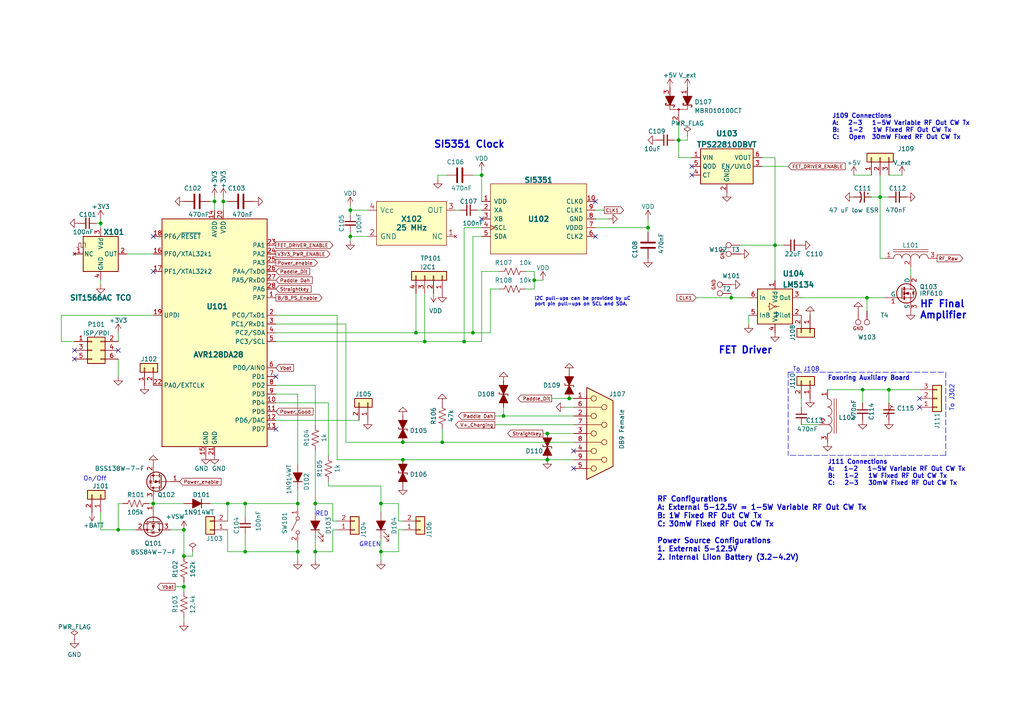
<source format=kicad_sch>
(kicad_sch (version 20211123) (generator eeschema)
  (paper "A4")
  (title_block (title "SignalSlinger Design") (date "2023-06-20") (rev "1.0"))
  (junction (at 158.75 133.35))
  (junction (at 154.94 81.28))
  (junction (at 110.49 146.05))
  (junction (at 71.12 160.02))
  (junction (at 139.7 50.8))
  (junction (at 196.85 40.64))
  (junction (at 146.05 120.65))
  (junction (at 165.1 115.57))
  (junction (at 86.36 160.02))
  (junction (at 86.36 146.05))
  (junction (at 123.19 99.06))
  (junction (at 64.77 58.42))
  (junction (at 137.16 96.52))
  (junction (at 128.27 128.27))
  (junction (at 53.34 170.18))
  (junction (at 53.34 161.29))
  (junction (at 62.23 58.42))
  (junction (at 187.96 66.04))
  (junction (at 34.29 153.67))
  (junction (at 255.27 57.15))
  (junction (at 101.6 68.58))
  (junction (at 120.65 96.52))
  (junction (at 44.45 146.05))
  (junction (at 158.75 125.73))
  (junction (at 101.6 60.96))
  (junction (at 110.49 160.02))
  (junction (at 134.62 99.06))
  (junction (at 251.46 86.36))
  (junction (at 91.44 146.05))
  (junction (at 71.12 146.05))
  (junction (at 224.79 71.12))
  (junction (at 29.21 64.77))
  (junction (at 53.34 153.67))
  (junction (at 212.09 86.36))
  (junction (at 91.44 160.02))
  (junction (at 66.04 146.05))
  (junction (at 116.84 133.35))
  (junction (at 257.81 113.03))
  (junction (at 116.84 128.27))
  (junction (at 250.19 113.03))
  (no_connect (at 21.59 104.14))
  (no_connect (at 172.72 58.42))
  (no_connect (at 44.45 78.74))
  (no_connect (at 44.45 68.58))
  (no_connect (at 34.29 101.6))
  (no_connect (at 80.01 124.46))
  (no_connect (at 80.01 109.22))
  (no_connect (at 21.59 101.6))
  (no_connect (at 139.7 63.5))
  (no_connect (at 200.66 48.26))
  (no_connect (at 266.7 115.57))
  (no_connect (at 266.7 118.11))
  (no_connect (at 172.72 68.58))
  (no_connect (at 166.37 130.81))
  (no_connect (at 166.37 135.89))
  (no_connect (at 200.66 50.8))
  (wire (pts (xy 66.04 153.67) (xy 66.04 160.02)))
  (wire (pts (xy 115.57 151.13) (xy 116.84 151.13)))
  (wire (pts (xy 97.79 91.44) (xy 97.79 133.35)))
  (wire (pts (xy 196.85 35.56) (xy 196.85 40.64)))
  (wire (pts (xy 228.6 48.26) (xy 220.98 48.26)))
  (wire (pts (xy 96.52 151.13) (xy 97.79 151.13)))
  (wire (pts (xy 196.85 40.64) (xy 196.85 45.72)))
  (wire (pts (xy 139.7 78.74) (xy 139.7 99.06)))
  (wire (pts (xy 199.39 39.37) (xy 199.39 40.64)))
  (wire (pts (xy 157.48 125.73) (xy 158.75 125.73)))
  (wire (pts (xy 86.36 160.02) (xy 86.36 157.48)))
  (wire (pts (xy 53.34 168.91) (xy 53.34 170.18)))
  (wire (pts (xy 134.62 99.06) (xy 134.62 66.04)))
  (wire (pts (xy 64.77 57.15) (xy 64.77 58.42)))
  (wire (pts (xy 29.21 63.5) (xy 29.21 64.77)))
  (wire (pts (xy 49.53 153.67) (xy 53.34 153.67)))
  (wire (pts (xy 66.04 160.02) (xy 71.12 160.02)))
  (wire (pts (xy 34.29 104.14) (xy 34.29 109.22)))
  (wire (pts (xy 137.16 96.52) (xy 137.16 68.58)))
  (wire (pts (xy 139.7 49.53) (xy 139.7 50.8)))
  (wire (pts (xy 44.45 144.78) (xy 44.45 146.05)))
  (wire (pts (xy 91.44 146.05) (xy 91.44 148.59)))
  (wire (pts (xy 134.62 99.06) (xy 139.7 99.06)))
  (wire (pts (xy 123.19 99.06) (xy 134.62 99.06)))
  (wire (pts (xy 128.27 128.27) (xy 166.37 128.27)))
  (wire (pts (xy 224.79 71.12) (xy 227.33 71.12)))
  (wire (pts (xy 129.54 50.8) (xy 127 50.8)))
  (wire (pts (xy 44.45 146.05) (xy 53.34 146.05)))
  (polyline (pts (xy 228.6 107.95) (xy 274.32 107.95)))
  (wire (pts (xy 29.21 81.28) (xy 29.21 82.55)))
  (wire (pts (xy 175.26 60.96) (xy 172.72 60.96)))
  (wire (pts (xy 165.1 115.57) (xy 166.37 115.57)))
  (wire (pts (xy 144.78 78.74) (xy 139.7 78.74)))
  (wire (pts (xy 91.44 156.21) (xy 91.44 160.02)))
  (wire (pts (xy 120.65 96.52) (xy 137.16 96.52)))
  (wire (pts (xy 29.21 148.59) (xy 29.21 153.67)))
  (wire (pts (xy 53.34 170.18) (xy 53.34 171.45)))
  (wire (pts (xy 115.57 146.05) (xy 115.57 151.13)))
  (wire (pts (xy 64.77 58.42) (xy 66.04 58.42)))
  (wire (pts (xy 158.75 125.73) (xy 166.37 125.73)))
  (wire (pts (xy 176.53 63.5) (xy 172.72 63.5)))
  (wire (pts (xy 264.16 77.47) (xy 264.16 80.01)))
  (wire (pts (xy 91.44 160.02) (xy 91.44 162.56)))
  (wire (pts (xy 29.21 64.77) (xy 29.21 66.04)))
  (wire (pts (xy 80.01 121.92) (xy 104.14 121.92)))
  (wire (pts (xy 143.51 123.19) (xy 166.37 123.19)))
  (wire (pts (xy 247.65 50.8) (xy 252.73 50.8)))
  (wire (pts (xy 201.93 86.36) (xy 212.09 86.36)))
  (wire (pts (xy 143.51 120.65) (xy 146.05 120.65)))
  (wire (pts (xy 232.41 86.36) (xy 251.46 86.36)))
  (wire (pts (xy 71.12 160.02) (xy 86.36 160.02)))
  (wire (pts (xy 17.78 91.44) (xy 44.45 91.44)))
  (wire (pts (xy 232.41 118.11) (xy 232.41 115.57)))
  (wire (pts (xy 17.78 99.06) (xy 17.78 91.44)))
  (wire (pts (xy 27.94 64.77) (xy 29.21 64.77)))
  (wire (pts (xy 91.44 123.19) (xy 91.44 111.76)))
  (wire (pts (xy 212.09 86.36) (xy 217.17 86.36)))
  (wire (pts (xy 166.37 118.11) (xy 163.83 118.11)))
  (wire (pts (xy 257.81 113.03) (xy 257.81 116.84)))
  (wire (pts (xy 195.58 40.64) (xy 196.85 40.64)))
  (wire (pts (xy 95.25 140.97) (xy 110.49 140.97)))
  (wire (pts (xy 80.01 116.84) (xy 95.25 116.84)))
  (wire (pts (xy 35.56 146.05) (xy 34.29 146.05)))
  (wire (pts (xy 160.02 115.57) (xy 165.1 115.57)))
  (wire (pts (xy 187.96 66.04) (xy 172.72 66.04)))
  (wire (pts (xy 116.84 128.27) (xy 128.27 128.27)))
  (wire (pts (xy 134.62 66.04) (xy 139.7 66.04)))
  (wire (pts (xy 146.05 118.11) (xy 146.05 120.65)))
  (wire (pts (xy 138.43 60.96) (xy 139.7 60.96)))
  (wire (pts (xy 80.01 99.06) (xy 123.19 99.06)))
  (wire (pts (xy 257.81 50.8) (xy 261.62 50.8)))
  (wire (pts (xy 29.21 153.67) (xy 34.29 153.67)))
  (wire (pts (xy 36.83 73.66) (xy 44.45 73.66)))
  (wire (pts (xy 110.49 160.02) (xy 115.57 160.02)))
  (wire (pts (xy 66.04 151.13) (xy 66.04 146.05)))
  (wire (pts (xy 86.36 162.56) (xy 86.36 160.02)))
  (polyline (pts (xy 274.32 132.08) (xy 228.6 132.08)))
  (wire (pts (xy 139.7 50.8) (xy 139.7 58.42)))
  (wire (pts (xy 21.59 99.06) (xy 17.78 99.06)))
  (wire (pts (xy 232.41 123.19) (xy 237.49 123.19)))
  (wire (pts (xy 71.12 154.94) (xy 71.12 160.02)))
  (wire (pts (xy 128.27 124.46) (xy 128.27 128.27)))
  (wire (pts (xy 142.24 83.82) (xy 142.24 96.52)))
  (wire (pts (xy 100.33 128.27) (xy 116.84 128.27)))
  (wire (pts (xy 255.27 57.15) (xy 257.81 57.15)))
  (wire (pts (xy 212.09 86.36) (xy 212.09 85.09)))
  (wire (pts (xy 97.79 133.35) (xy 116.84 133.35)))
  (wire (pts (xy 116.84 133.35) (xy 158.75 133.35)))
  (wire (pts (xy 101.6 68.58) (xy 101.6 69.85)))
  (wire (pts (xy 110.49 146.05) (xy 110.49 148.59)))
  (wire (pts (xy 152.4 78.74) (xy 154.94 78.74)))
  (wire (pts (xy 146.05 120.65) (xy 166.37 120.65)))
  (wire (pts (xy 62.23 58.42) (xy 62.23 60.96)))
  (wire (pts (xy 101.6 68.58) (xy 106.68 68.58)))
  (wire (pts (xy 86.36 147.32) (xy 86.36 146.05)))
  (wire (pts (xy 34.29 153.67) (xy 39.37 153.67)))
  (wire (pts (xy 144.78 83.82) (xy 142.24 83.82)))
  (wire (pts (xy 60.96 146.05) (xy 66.04 146.05)))
  (wire (pts (xy 34.29 96.52) (xy 34.29 99.06)))
  (wire (pts (xy 224.79 71.12) (xy 224.79 81.28)))
  (wire (pts (xy 250.19 113.03) (xy 257.81 113.03)))
  (wire (pts (xy 96.52 160.02) (xy 96.52 153.67)))
  (wire (pts (xy 154.94 81.28) (xy 154.94 83.82)))
  (wire (pts (xy 55.88 160.02) (xy 55.88 161.29)))
  (wire (pts (xy 95.25 139.7) (xy 95.25 140.97)))
  (wire (pts (xy 66.04 146.05) (xy 71.12 146.05)))
  (wire (pts (xy 196.85 45.72) (xy 200.66 45.72)))
  (wire (pts (xy 53.34 180.34) (xy 53.34 179.07)))
  (wire (pts (xy 214.63 71.12) (xy 224.79 71.12)))
  (wire (pts (xy 101.6 60.96) (xy 101.6 62.23)))
  (wire (pts (xy 91.44 146.05) (xy 96.52 146.05)))
  (wire (pts (xy 100.33 93.98) (xy 100.33 128.27)))
  (wire (pts (xy 154.94 83.82) (xy 152.4 83.82)))
  (wire (pts (xy 120.65 85.09) (xy 120.65 96.52)))
  (wire (pts (xy 71.12 146.05) (xy 71.12 149.86)))
  (wire (pts (xy 110.49 156.21) (xy 110.49 160.02)))
  (wire (pts (xy 71.12 146.05) (xy 86.36 146.05)))
  (wire (pts (xy 80.01 93.98) (xy 100.33 93.98)))
  (wire (pts (xy 224.79 45.72) (xy 224.79 71.12)))
  (wire (pts (xy 55.88 161.29) (xy 53.34 161.29)))
  (wire (pts (xy 53.34 153.67) (xy 53.34 161.29)))
  (wire (pts (xy 43.18 146.05) (xy 44.45 146.05)))
  (wire (pts (xy 257.81 113.03) (xy 266.7 113.03)))
  (wire (pts (xy 95.25 116.84) (xy 95.25 132.08)))
  (wire (pts (xy 101.6 60.96) (xy 106.68 60.96)))
  (wire (pts (xy 199.39 40.64) (xy 196.85 40.64)))
  (wire (pts (xy 255.27 50.8) (xy 255.27 57.15)))
  (wire (pts (xy 86.36 114.3) (xy 80.01 114.3)))
  (wire (pts (xy 91.44 130.81) (xy 91.44 146.05)))
  (wire (pts (xy 251.46 86.36) (xy 256.54 86.36)))
  (wire (pts (xy 220.98 45.72) (xy 224.79 45.72)))
  (wire (pts (xy 251.46 90.17) (xy 251.46 86.36)))
  (wire (pts (xy 250.19 113.03) (xy 250.19 116.84)))
  (wire (pts (xy 110.49 160.02) (xy 110.49 162.56)))
  (wire (pts (xy 64.77 58.42) (xy 64.77 60.96)))
  (wire (pts (xy 123.19 85.09) (xy 123.19 99.06)))
  (wire (pts (xy 115.57 160.02) (xy 115.57 153.67)))
  (wire (pts (xy 34.29 146.05) (xy 34.29 153.67)))
  (wire (pts (xy 154.94 78.74) (xy 154.94 81.28)))
  (wire (pts (xy 252.73 57.15) (xy 255.27 57.15)))
  (polyline (pts (xy 228.6 107.95) (xy 228.6 132.08)))
  (wire (pts (xy 62.23 57.15) (xy 62.23 58.42)))
  (wire (pts (xy 240.03 113.03) (xy 250.19 113.03)))
  (wire (pts (xy 86.36 142.24) (xy 86.36 146.05)))
  (wire (pts (xy 80.01 91.44) (xy 97.79 91.44)))
  (wire (pts (xy 127 50.8) (xy 127 52.07)))
  (wire (pts (xy 187.96 66.04) (xy 187.96 67.31)))
  (wire (pts (xy 60.96 58.42) (xy 62.23 58.42)))
  (wire (pts (xy 132.08 60.96) (xy 133.35 60.96)))
  (wire (pts (xy 137.16 50.8) (xy 139.7 50.8)))
  (wire (pts (xy 157.48 81.28) (xy 154.94 81.28)))
  (wire (pts (xy 96.52 146.05) (xy 96.52 151.13)))
  (wire (pts (xy 217.17 91.44) (xy 217.17 93.98)))
  (wire (pts (xy 101.6 59.69) (xy 101.6 60.96)))
  (wire (pts (xy 158.75 133.35) (xy 166.37 133.35)))
  (wire (pts (xy 101.6 67.31) (xy 101.6 68.58)))
  (wire (pts (xy 115.57 153.67) (xy 116.84 153.67)))
  (wire (pts (xy 137.16 68.58) (xy 139.7 68.58)))
  (wire (pts (xy 187.96 63.5) (xy 187.96 66.04)))
  (wire (pts (xy 137.16 96.52) (xy 142.24 96.52)))
  (wire (pts (xy 255.27 57.15) (xy 255.27 74.93)))
  (wire (pts (xy 80.01 111.76) (xy 91.44 111.76)))
  (wire (pts (xy 110.49 140.97) (xy 110.49 146.05)))
  (wire (pts (xy 80.01 96.52) (xy 120.65 96.52)))
  (wire (pts (xy 50.8 170.18) (xy 53.34 170.18)))
  (wire (pts (xy 86.36 114.3) (xy 86.36 134.62)))
  (wire (pts (xy 110.49 146.05) (xy 115.57 146.05)))
  (wire (pts (xy 255.27 74.93) (xy 256.54 74.93)))
  (polyline (pts (xy 274.32 107.95) (xy 274.32 132.08)))
  (wire (pts (xy 91.44 160.02) (xy 96.52 160.02)))
  (wire (pts (xy 96.52 153.67) (xy 97.79 153.67)))
  (text "J111 Connections\nA:   1-2   1-5W Variable RF Out CW Tx\nB:   1-2   1W Fixed RF Out CW Tx\nC:   2-3   30mW Fixed RF Out CW Tx" (at 240.03 140.97 0) (effects (font (size 1.27 1.27) (thickness 0.254) bold) (justify left bottom)))
  (text "SI5351 Clock" (at 125.73 43.18 0) (effects (font (size 2.0066 2.0066) (thickness 0.4013) bold) (justify left bottom)))
  (text "J109 Connections\nA:   2-3   1-5W Variable RF Out CW Tx\nB:   1-2   1W Fixed RF Out CW Tx\nC:   Open  30mW Fixed RF Out CW Tx" (at 241.3 40.64 0) (effects (font (size 1.27 1.27) (thickness 0.254) bold) (justify left bottom)))
  (text "GREEN" (at 104.14 158.75 0) (effects (font (size 1.27 1.27)) (justify left bottom)))
  (text "HF Final\nAmplifier" (at 266.7 92.71 0) (effects (font (size 2.0066 2.0066) (thickness 0.4013) bold) (justify left bottom)))
  (text "Foxoring Auxiliary Board" (at 240.03 110.49 0) (effects (font (size 1.27 1.27) (thickness 0.254) bold) (justify left bottom)))
  (text "RF Configurations\nA: External 5-12.5V = 1-5W Variable RF Out CW Tx\nB: 1W Fixed RF Out CW Tx\nC: 30mW Fixed RF Out CW Tx\n\nPower Source Configurations\n1. External 5-12.5V\n2. Internal LiIon Battery (3.2-4.2V)\n\n" (at 190.5 165.1 0) (effects (font (size 1.5 1.5) (thickness 0.3) bold) (justify left bottom)))
  (text "On/Off" (at 24.13 139.7 0) (effects (font (size 1.27 1.27)) (justify left bottom)))
  (text "I2C pull-ups can be provided by uC \nport pin pull-ups on SCL and SDA." (at 154.94 88.9 0) (effects (font (size 0.9906 0.9906) (thickness 0.1981) bold) (justify left bottom)))
  (text "To J108" (at 229.87 107.95 0) (effects (font (size 1.27 1.27)) (justify left bottom)))
  (text "To J302" (at 276.86 119.38 90) (effects (font (size 1.27 1.27)) (justify left bottom)))
  (text "RED" (at 91.44 149.86 0) (effects (font (size 1.27 1.27)) (justify left bottom)))
  (text "FET Driver" (at 208.28 102.87 0) (effects (font (size 2.0066 2.0066) (thickness 0.4013) bold) (justify left bottom)))
  (global_label "Straightkey" (shape output) (at 157.48 125.73 180) (effects (font (size 1 1))) (property "Intersheet References" "${INTERSHEET_REFS}" (effects hide)))
  (global_label "Paddle Dah" (shape input) (at 80.01 81.28 0) (effects (font (size 1 1))) (property "Intersheet References" "${INTERSHEET_REFS}" (effects hide)))
  (global_label "CLK1" (shape output) (at 175.26 60.96 0) (effects (font (size 0.9906 0.9906))) (property "Intersheet References" "${INTERSHEET_REFS}" (effects hide)))
  (global_label "Vbat" (shape output) (at 50.8 170.18 180) (effects (font (size 1 1))) (property "Intersheet References" "${INTERSHEET_REFS}" (effects hide)))
  (global_label "FET_DRIVER_ENABLE" (shape output) (at 80.01 71.12 0) (effects (font (size 0.9906 0.9906))) (property "Intersheet References" "${INTERSHEET_REFS}" (effects hide)))
  (global_label "Straightkey" (shape input) (at 80.01 83.82 0) (effects (font (size 1 1))) (property "Intersheet References" "${INTERSHEET_REFS}" (effects hide)))
  (global_label "Power_enable" (shape output) (at 80.01 76.2 0) (effects (font (size 1 1))) (property "Intersheet References" "${INTERSHEET_REFS}" (effects hide)))
  (global_label "FET_DRIVER_ENABLE" (shape input) (at 228.6 48.26 0) (effects (font (size 0.9906 0.9906))) (property "Intersheet References" "${INTERSHEET_REFS}" (effects hide)))
  (global_label "Paddle_Dit" (shape input) (at 80.01 78.74 0) (effects (font (size 1 1))) (property "Intersheet References" "${INTERSHEET_REFS}" (effects hide)))
  (global_label "RF_Raw" (shape output) (at 271.78 74.93 0) (effects (font (size 1 1))) (property "Intersheet References" "${INTERSHEET_REFS}" (effects hide)))
  (global_label "Paddle_Dit" (shape output) (at 160.02 115.57 180) (effects (font (size 1 1))) (property "Intersheet References" "${INTERSHEET_REFS}" (effects hide)))
  (global_label "Paddle Dah" (shape output) (at 143.51 120.65 180) (effects (font (size 1 1))) (property "Intersheet References" "${INTERSHEET_REFS}" (effects hide)))
  (global_label "Power_enable" (shape input) (at 52.07 139.7 0) (effects (font (size 1 1))) (property "Intersheet References" "${INTERSHEET_REFS}" (effects hide)))
  (global_label "Power_Good" (shape input) (at 80.01 119.38 0) (effects (font (size 1 1))) (property "Intersheet References" "${INTERSHEET_REFS}" (effects hide)))
  (global_label "V+_Charging" (shape output) (at 143.51 123.19 180) (effects (font (size 1 1))) (property "Intersheet References" "${INTERSHEET_REFS}" (effects hide)))
  (global_label "V3V3_PWR_ENABLE" (shape output) (at 80.01 73.66 0) (effects (font (size 1 1))) (property "Intersheet References" "${INTERSHEET_REFS}" (effects hide)))
  (global_label "Vbat" (shape input) (at 80.01 106.68 0) (effects (font (size 1 1))) (property "Intersheet References" "${INTERSHEET_REFS}" (effects hide)))
  (global_label "B{slash}B_PS_Enable" (shape output) (at 80.01 86.36 0) (effects (font (size 1 1))) (property "Intersheet References" "${INTERSHEET_REFS}" (effects hide)))
  (global_label "CLK1" (shape input) (at 201.93 86.36 180) (effects (font (size 0.9906 0.9906))) (property "Intersheet References" "${INTERSHEET_REFS}" (effects hide)))
  (symbol (lib_id "power:GND") (at 22.86 64.77 270) (unit 1)
    (property "Reference" "#PWR0102" (effects hide))
    (property "Value" "GND" (effects hide))
  )
  (symbol (lib_id "Device:C") (at 57.15 58.42 270) (unit 1)
    (property "Reference" "C102" (at 53.34 54.61 90) (effects (justify left)))
    (property "Value" "470nF" (at 54.61 62.23 90) (effects (justify left)))
    (property "Footprint" "Capacitor_SMD:C_0805_2012Metric" (effects hide))
    (property "Digi-Key Part No." "478-9924-1-ND" (effects hide))
    (property "Link" "<a href=\"https://www.digikey.com/products/en?keywords=478-9924-1-ND\">Link</a>" (effects hide))
    (property "Manufacturer" "AVX Corporation" (effects hide))
    (property "Manufacturer PN" "08051C474K4Z2A" (effects hide))
    (property "Description" "CAP CER 0.47UF 100V X7R 0805" (effects hide))
    (property "LCSC Part Number" "C342818" (effects hide))
  )
  (symbol (lib_id "power:PWR_FLAG") (at 21.59 185.42 0) (unit 1)
    (property "Reference" "#FLG0101" (effects hide))
    (property "Value" "PWR_FLAG" (at 21.59 181.8442 0))
  )
  (symbol (lib_id "Transistor_FET:BSS84") (at 44.45 151.13 270) (unit 1)
    (property "Reference" "Q101" (at 44.45 157.6054 90))
    (property "Value" "BSS84W-7-F" (at 44.45 160.1423 90))
    (property "Footprint" "Package_TO_SOT_SMD:SOT-323_SC-70" (effects hide))
    (property "Digi-Key Part No." "BSS84W-FDICT-ND" (effects hide))
    (property "Manufacturer" "Diodes Incorporated" (effects hide))
    (property "Manufacturer PN" "BSS84W-7-F" (effects hide))
    (property "Description" "MOSFET P-CH 50V 130MA SOT323" (effects hide))
  )
  (symbol (lib_id "Diode:1N914WT") (at 57.15 146.05 180) (unit 1)
    (property "Reference" "D101" (at 55.88 143.51 0) (effects (justify right)))
    (property "Value" "1N914WT" (at 53.34 148.59 0) (effects (justify right)))
    (property "Footprint" "Diode_SMD:D_SOD-523" (effects hide))
    (property "Digi-Key Part No." "1N4148WTDICT-ND" (effects hide))
    (property "Link" "https://www.digikey.com/en/products/detail/diodes-incorporated/1N4148WT-7/583731" (effects hide))
    (property "Manufacturer" "Diodes Incorporated" (effects hide))
    (property "Manufacturer PN" "1N4148WT-7" (effects hide))
    (property "Description" "DIODE GEN PURP 80V 125MA SOD523" (effects hide))
  )
  (symbol (lib_id "power:GND") (at 86.36 162.56 0) (unit 1)
    (property "Reference" "#PWR0118" (effects hide))
    (property "Value" "GND" (effects hide))
  )
  (symbol (lib_id "Device:C_Small") (at 193.04 40.64 90) (mirror x) (unit 1)
    (property "Reference" "C109" (at 190.5 38.1 90))
    (property "Value" "10uF" (at 189.23 43.18 90))
    (property "Footprint" "Capacitor_SMD:C_0805_2012Metric_Pad1.18x1.45mm_HandSolder" (effects hide))
    (property "Digi-Key Part No." "1276-1764-1-ND" (effects hide))
    (property "Manufacturer" "Samsung Electro-Mechanics" (effects hide))
    (property "Manufacturer PN" "CL21B106KPQNNNE" (effects hide))
    (property "Description" "CAP CER 10UF 10V X7R 0805" (effects hide))
  )
  (symbol (lib_id "power:GND") (at 106.68 121.92 0) (mirror y) (unit 1)
    (property "Reference" "#PWR0122" (effects hide))
    (property "Value" "GND" (effects hide))
  )
  (symbol (lib_id "power:GND") (at 210.82 55.88 0) (unit 1)
    (property "Reference" "#PWR0139" (effects hide))
    (property "Value" "GND" (effects hide))
  )
  (symbol (lib_id "power:GND") (at 110.49 162.56 0) (unit 1)
    (property "Reference" "#PWR0123" (effects hide))
    (property "Value" "GND" (effects hide))
  )
  (symbol (lib_id "power:GND") (at 234.95 91.44 0) (mirror x) (unit 1)
    (property "Reference" "#PWR0154" (effects hide))
    (property "Value" "GND" (effects hide))
  )
  (symbol (lib_id "power:GND") (at 224.79 96.52 0) (unit 1)
    (property "Reference" "#PWR0143" (effects hide))
    (property "Value" "GND" (effects hide))
  )
  (symbol (lib_id "power:PWR_FLAG") (at 199.39 39.37 0) (unit 1)
    (property "Reference" "#FLG0103" (effects hide))
    (property "Value" "PWR_FLAG" (at 199.39 35.7942 0))
  )
  (symbol (lib_id "power:GND") (at 29.21 82.55 0) (unit 1)
    (property "Reference" "#PWR0105" (effects hide))
    (property "Value" "GND" (effects hide))
  )
  (symbol (lib_id "Connector_Generic:Conn_01x04") (at 125.73 80.01 270) (mirror x) (unit 1)
    (property "Reference" "TP101" (at 121.92 74.93 90) (effects (justify left)))
    (property "Value" "I2C1" (at 121.92 77.47 90) (effects (justify left)))
    (property "Footprint" "Connector_PinHeader_2.54mm:PinHeader_1x04_P2.54mm_Vertical" (effects hide))
    (property "Digi-Key Part No." "np" (effects hide))
    (property "Link" "np" (effects hide))
    (property "Manufacturer" "np" (effects hide))
  )
  (symbol (lib_id "power:GND") (at 165.1 107.95 0) (mirror x) (unit 1)
    (property "Reference" "#PWR0157" (effects hide))
    (property "Value" "GND" (effects hide))
  )
  (symbol (lib_id "Oscillator:SI5351") (at 156.21 63.5 0) (unit 1)
    (property "Reference" "U102" (at 156.21 63.5 0) (effects (font (size 1.524 1.524) bold)))
    (property "Value" "SI5351" (at 156.21 52.2288 0) (effects (font (size 1.524 1.524) bold)))
    (property "Footprint" "Package_SO:MSOP-10_3x3mm_P0.5mm" (effects hide))
    (property "Datasheet" "http://www.silabs.com/Support%20Documents/TechnicalDocs/Si5351-B.pdf" (effects hide))
    (property "Digi-Key Part No." "336-2399-5-ND" (effects hide))
    (property "Link" "<a href=\"https://www.digikey.com/products/en?keywords=336-2399-5-ND\">Link</a>" (effects hide))
    (property "Manufacturer" "Silicon Labs" (effects hide))
    (property "Manufacturer PN" "SI5351A-B-GT" (effects hide))
    (property "Description" "IC CLK GENERATOR 200MHZ 10MSOP" (effects hide))
    (property "LCSC Part Number" "C529366" (effects hide))
  )
  (symbol (lib_id "power:GND") (at 247.65 57.15 270) (unit 1)
    (property "Reference" "#PWR0148" (effects hide))
    (property "Value" "GND" (effects hide))
  )
  (symbol (lib_id "power:GND") (at 53.34 180.34 0) (unit 1)
    (property "Reference" "#PWR0111" (effects hide))
    (property "Value" "GND" (effects hide))
  )
  (symbol (lib_id "Device:C_Small") (at 229.87 71.12 90) (unit 1)
    (property "Reference" "C110" (at 238.76 73.66 90) (effects (justify left)))
    (property "Value" "22uF" (at 232.41 73.66 90) (effects (justify left)))
    (property "Footprint" "Capacitor_SMD:C_1210_3225Metric" (effects hide))
    (property "Digi-Key Part No." "1276-3373-1-ND" (effects hide))
    (property "Link" "<a href=\"https://www.digikey.com/products/en?keywords=1276-3373-1-ND\">Link</a>" (effects hide))
    (property "Manufacturer" "Samsung Electro-Mechanics" (effects hide))
    (property "Manufacturer PN" "CL32A226MAJNNNE" (effects hide))
    (property "Description" "CAP CER 22UF 25V X5R 1210" (effects hide))
    (property "LCSC Part Number" "C337455" (effects hide))
  )
  (symbol (lib_id "Connector_Generic:Conn_01x02") (at 41.91 106.68 90) (unit 1)
    (property "Reference" "J102" (at 43.18 104.14 90))
    (property "Value" "Conn_01x02" (effects hide))
    (property "Footprint" "Connector_PinSocket_2.54mm:PinSocket_1x02_P2.54mm_Vertical" (effects hide))
  )
  (symbol (lib_id "power:PWR_FLAG") (at 55.88 160.02 0) (unit 1)
    (property "Reference" "#FLG0102" (effects hide))
    (property "Value" "PWR_FLAG" (effects hide))
  )
  (symbol (lib_id "Device:C") (at 187.96 71.12 0) (unit 1)
    (property "Reference" "C108" (at 184.15 74.93 90) (effects (justify left)))
    (property "Value" "470nF" (at 191.77 73.66 90) (effects (justify left)))
    (property "Footprint" "Capacitor_SMD:C_0805_2012Metric" (effects hide))
    (property "Digi-Key Part No." "478-9924-1-ND" (effects hide))
    (property "Link" "<a href=\"https://www.digikey.com/products/en?keywords=478-9924-1-ND\">Link</a>" (effects hide))
    (property "Manufacturer" "AVX Corporation" (effects hide))
    (property "Manufacturer PN" "08051C474K4Z2A" (effects hide))
    (property "Description" "CAP CER 0.47UF 100V X7R 0805" (effects hide))
    (property "LCSC Part Number" "C342818" (effects hide))
  )
  (symbol (lib_id "power:GND") (at 21.59 185.42 0) (unit 1)
    (property "Reference" "#PWR0101" (effects hide))
    (property "Value" "GND" (at 21.59 189.8634 0))
  )
  (symbol (lib_id "power:GND") (at 214.63 73.66 90) (unit 1)
    (property "Reference" "#PWR0141" (effects hide))
    (property "Value" "GND" (effects hide))
  )
  (symbol (lib_id "power:+3V3") (at 62.23 57.15 0) (unit 1)
    (property "Reference" "#PWR0114" (effects hide))
    (property "Value" "+3V3" (at 62.23 52.07 90))
  )
  (symbol (lib_id "Connector_Generic:Conn_01x02") (at 106.68 116.84 270) (mirror x) (unit 1)
    (property "Reference" "J105" (at 105.41 114.3 90))
    (property "Value" "Conn_01x02" (effects hide))
    (property "Footprint" "Connector_PinSocket_2.54mm:PinSocket_1x02_P2.54mm_Vertical" (effects hide))
  )
  (symbol (lib_id "Device:LED_Filled") (at 91.44 152.4 90) (unit 1)
    (property "Reference" "D103" (at 95.25 149.86 0) (effects (justify right)))
    (property "Value" "LED_Filled" (effects hide))
    (property "Footprint" "LED_SMD:LED_APDA1806SECK" (effects hide))
    (property "Digi-Key Part No." "754-2329-1-ND" (effects hide))
    (property "Manufacturer" "Kingbright" (effects hide))
    (property "Manufacturer PN" "APDA1806SECK/J3-PRV" (effects hide))
    (property "Description" "LED RED CLEAR SMD RIGHT ANGLE" (effects hide))
  )
  (symbol (lib_id "Connector:TEST_SCOPE") (at 251.46 90.17 180) (unit 1)
    (property "Reference" "W103" (at 251.46 97.79 0))
    (property "Value" "T4" (at 256.54 91.44 0))
    (property "Footprint" "Measurement:Measurement_Point_ScopeProbe_Round-SMD-2sides-Pad_Small" (effects hide))
    (property "Digi-Key Part No." "np" (effects hide))
    (property "Link" "np" (effects hide))
  )
  (symbol (lib_id "power:+VSW") (at 53.34 153.67 0) (unit 1)
    (property "Reference" "#PWR0110" (effects hide))
    (property "Value" "+VSW" (at 50.8 149.86 0))
  )
  (symbol (lib_id "power:+3V3") (at 29.21 63.5 0) (unit 1)
    (property "Reference" "#PWR0104" (effects hide))
    (property "Value" "+3V3" (at 29.21 59.9242 0))
  )
  (symbol (lib_id "power:GND") (at 44.45 134.62 0) (mirror x) (unit 1)
    (property "Reference" "#PWR0109" (effects hide))
    (property "Value" "GND" (effects hide))
  )
  (symbol (lib_id "Device:C_Small") (at 25.4 64.77 270) (unit 1)
    (property "Reference" "C101" (at 25.4 62.23 90))
    (property "Value" "100nF" (at 24.13 67.31 90))
    (property "Footprint" "Capacitor_SMD:C_0805_2012Metric" (effects hide))
    (property "Digi-Key Part No." "1276-1099-1-ND" (effects hide))
    (property "Manufacturer" "Samsung Electro-Mechanics" (effects hide))
    (property "Manufacturer PN" "CL21B104KACNNNC" (effects hide))
    (property "Description" "CAP CER 0.1UF 25V X7R 0805" (effects hide))
  )
  (symbol (lib_id "Connector_Generic:Conn_01x02") (at 29.21 143.51 270) (mirror x) (unit 1)
    (property "Reference" "J101" (at 29.21 140.97 90))
    (property "Value" "Conn_01x02" (effects hide))
    (property "Footprint" "Connector_PinSocket_2.54mm:PinSocket_1x02_P2.54mm_Vertical" (effects hide))
  )
  (symbol (lib_id "Diode:ESD9B5.0ST5G_1") (at 116.84 124.46 270) (unit 1)
    (property "Reference" "D105" (at 118.8466 124.8938 90) (effects (justify left)))
    (property "Value" "ESD9B5.0ST5G_1" (effects hide))
    (property "Footprint" "Diode_SMD:D_0603_1608Metric" (effects hide))
    (property "Digi-Key Part No." "CG0603MLC-05LECT-ND" (effects hide))
    (property "Link" "<a href=\"https://www.digikey.com/products/en?keywords=CG0603MLC-05LECT-ND\">Link</a>" (effects hide))
    (property "Manufacturer" "Bourns Inc." (effects hide))
    (property "Manufacturer PN" "CG0603MLC-05LE" (effects hide))
    (property "Description" "VARISTOR 0603" (effects hide))
    (property "LCSC Part Number" "C316054" (effects hide))
  )
  (symbol (lib_id "Diode:ESD9B5.0ST5G_1") (at 146.05 114.3 270) (unit 1)
    (property "Reference" "D108" (at 138.43 114.3 90) (effects (justify left)))
    (property "Value" "ESD9B5.0ST5G_1" (effects hide))
    (property "Footprint" "Diode_SMD:D_0603_1608Metric" (effects hide))
    (property "Digi-Key Part No." "CG0603MLC-05LECT-ND" (effects hide))
    (property "Link" "<a href=\"https://www.digikey.com/products/en?keywords=CG0603MLC-05LECT-ND\">Link</a>" (effects hide))
    (property "Manufacturer" "Bourns Inc." (effects hide))
    (property "Manufacturer PN" "CG0603MLC-05LE" (effects hide))
    (property "Description" "VARISTOR 0603" (effects hide))
    (property "LCSC Part Number" "C316054" (effects hide))
  )
  (symbol (lib_id "Device:LED_Filled") (at 110.49 152.4 90) (unit 1)
    (property "Reference" "D104" (at 114.3 149.86 0) (effects (justify right)))
    (property "Value" "LED_Filled" (effects hide))
    (property "Footprint" "LED_SMD:LED_APDA1806SECK" (effects hide))
    (property "Digi-Key Part No." "754-2329-1-ND" (effects hide))
    (property "Manufacturer" "Kingbright" (effects hide))
    (property "Manufacturer PN" "APDA1806SECK/J3-PRV" (effects hide))
    (property "Description" "LED RED CLEAR SMD RIGHT ANGLE" (effects hide))
  )
  (symbol (lib_id "power:VDD") (at 139.7 49.53 0) (unit 1)
    (property "Reference" "#PWR0130" (effects hide))
    (property "Value" "VDD" (at 139.7 45.9542 0))
  )
  (symbol (lib_id "Device:INDUCTOR_CT") (at 264.16 74.93 90) (unit 1)
    (property "Reference" "L101" (at 264.16 71.12 90))
    (property "Value" "9T #24 Bifilar T50-43" (effects hide))
    (property "Footprint" "Inductors:Toroid_T-50A_TH_BF_CT" (effects hide))
    (property "Digi-Key Part No." "FT50A-43 (Amidon)" (effects hide))
    (property "Link" "<a href=\"http://www.amidoncorp.com/ft-50A-43/\">Link</a>" (effects hide))
    (property "Manufacturer" "TH" (effects hide))
    (property "Manufacturer PN" "TH" (effects hide))
    (property "Description" "TH" (effects hide))
  )
  (symbol (lib_id "Connector_Generic:Conn_02x03_Odd_Even") (at 26.67 101.6 0) (unit 1)
    (property "Reference" "P101" (at 27.94 94.0902 0))
    (property "Value" "ISP/PDI" (at 27.94 96.6271 0))
    (property "Footprint" "Connector_PinHeader_2.54mm:PinHeader_2x03_P2.54mm_Vertical_SMD" (effects hide))
    (property "Digi-Key Part No." "609-3487-1-ND" (effects hide))
    (property "Link" "<a href=\"https://www.digikey.com/products/en?keywords=609-3487-1-ND\">Link</a>" (effects hide))
    (property "Manufacturer" "Amphenol ICC (FCI)" (effects hide))
    (property "Manufacturer PN" "95278-101A06LF" (effects hide))
  )
  (symbol (lib_id "Device:R_Small_US") (at 128.27 120.65 180) (unit 1)
    (property "Reference" "R106" (at 125.73 120.65 90))
    (property "Value" "47k" (at 130.81 120.65 90))
    (property "Footprint" "Resistor_SMD:R_0805_2012Metric" (effects hide))
    (property "Digi-Key Part No." "311-47.0KCRCT-ND" (effects hide))
    (property "Link" "https://www.digikey.com/en/products/detail/yageo/RC0805FR-0747KL/727973" (effects hide))
    (property "Manufacturer" "YAGEO" (effects hide))
    (property "Manufacturer PN" "RC0805FR-0747KL" (effects hide))
    (property "Description" "RES 47K OHM 1% 1/8W 0805" (effects hide))
  )
  (symbol (lib_id "power:GND") (at 146.05 110.49 0) (mirror x) (unit 1)
    (property "Reference" "#PWR0156" (effects hide))
    (property "Value" "GND" (effects hide))
  )
  (symbol (lib_id "power:GND") (at 158.75 133.35 0) (unit 1)
    (property "Reference" "#PWR0158" (effects hide))
    (property "Value" "GND" (effects hide))
  )
  (symbol (lib_id "Diode:ESD9B5.0ST5G_1") (at 116.84 137.16 270) (unit 1)
    (property "Reference" "D106" (at 118.8466 137.5938 90) (effects (justify left)))
    (property "Value" "ESD9B5.0ST5G_1" (effects hide))
    (property "Footprint" "Diode_SMD:D_0603_1608Metric" (effects hide))
    (property "Digi-Key Part No." "CG0603MLC-05LECT-ND" (effects hide))
    (property "Link" "<a href=\"https://www.digikey.com/products/en?keywords=CG0603MLC-05LECT-ND\">Link</a>" (effects hide))
    (property "Manufacturer" "Bourns Inc." (effects hide))
    (property "Manufacturer PN" "CG0603MLC-05LE" (effects hide))
    (property "Description" "VARISTOR 0603" (effects hide))
    (property "LCSC Part Number" "C316054" (effects hide))
  )
  (symbol (lib_id "Device:R_Small_US") (at 148.59 83.82 90) (unit 1)
    (property "Reference" "R108" (at 146.05 81.28 90))
    (property "Value" "10k" (at 152.4 81.28 90))
    (property "Footprint" "Capacitor_SMD:C_0805_2012Metric" (effects hide))
    (property "Digi-Key Part No." "RNCP0805FTD10K0CT-ND" (effects hide))
    (property "Link" "https://www.digikey.com/en/products/detail/stackpole-electronics-inc/RNCP0805FTD10K0/2240262" (effects hide))
    (property "Manufacturer" "Stackpole Electronics Inc" (effects hide))
    (property "Manufacturer PN" "RNCP0805FTD10K0" (effects hide))
    (property "Description" "RES 10K OHM 1% 1/4W 0805" (effects hide))
  )
  (symbol (lib_id "Device:C") (at 133.35 50.8 270) (unit 1)
    (property "Reference" "C106" (at 129.54 46.99 90) (effects (justify left)))
    (property "Value" "470nF" (at 130.81 54.61 90) (effects (justify left)))
    (property "Footprint" "Capacitor_SMD:C_0805_2012Metric" (effects hide))
    (property "Digi-Key Part No." "478-9924-1-ND" (effects hide))
    (property "Link" "<a href=\"https://www.digikey.com/products/en?keywords=478-9924-1-ND\">Link</a>" (effects hide))
    (property "Manufacturer" "AVX Corporation" (effects hide))
    (property "Manufacturer PN" "08051C474K4Z2A" (effects hide))
    (property "Description" "CAP CER 0.47UF 100V X7R 0805" (effects hide))
    (property "LCSC Part Number" "C342818" (effects hide))
  )
  (symbol (lib_id "Connector:TEST_SCOPE") (at 214.63 71.12 90) (mirror x) (unit 1)
    (property "Reference" "W102" (at 208.28 72.39 90))
    (property "Value" "T3" (at 213.36 72.39 90))
    (property "Footprint" "Measurement:Measurement_Point_ScopeProbe_Round-SMD-2sides-Pad_Small" (effects hide))
    (property "Digi-Key Part No." "np" (effects hide))
    (property "Link" "np" (effects hide))
  )
  (symbol (lib_id "Device:C_Trim_Small") (at 257.81 119.38 0) (unit 1)
    (property "Reference" "C115" (at 260.1214 118.4183 0) (effects (justify left)))
    (property "Value" "C_Trim_Small" (effects hide))
    (property "Footprint" "Capacitors:MURATA-TZC3" (effects hide))
  )
  (symbol (lib_id "power:+3V3") (at 64.77 57.15 0) (unit 1)
    (property "Reference" "#PWR0116" (effects hide))
    (property "Value" "+3V3" (at 64.77 52.07 90))
  )
  (symbol (lib_id "power:GND") (at 257.81 121.92 0) (unit 1)
    (property "Reference" "#PWR0153" (effects hide))
    (property "Value" "GND" (effects hide))
  )
  (symbol (lib_id "Transistor_FET:IRF610_TO220-Transistor_FET") (at 261.62 85.09 0) (unit 1)
    (property "Reference" "Q103" (at 266.7 83.185 0) (effects (justify left)))
    (property "Value" "IRF610" (at 266.7 85.09 0) (effects (justify left)))
    (property "Footprint" "TO_SOT_Packages:TO-220_Neutral123_Vertical_LargePads" (effects hide))
    (property "Digi-Key Part No." "IRF610PBF-ND" (effects hide))
    (property "Link" "<a href=\"https://www.digikey.com/products/en?keywords=IRF610PBF-ND\">Link</a>" (effects hide))
    (property "Manufacturer" "TH" (effects hide))
    (property "Manufacturer PN" "TH" (effects hide))
    (property "Description" "TH" (effects hide))
  )
  (symbol (lib_id "Device:C_Small") (at 232.41 120.65 0) (unit 1)
    (property "Reference" "C113" (at 233.68 121.92 0) (effects (justify left)))
    (property "Value" "470nF" (at 231.14 124.46 0) (effects (justify left)))
    (property "Footprint" "Capacitor_SMD:C_0805_2012Metric" (effects hide))
    (property "Digi-Key Part No." "478-9924-1-ND" (effects hide))
    (property "Link" "<a href=\"https://www.digikey.com/products/en?keywords=478-9924-1-ND\">Link</a>" (effects hide))
    (property "Manufacturer" "AVX Corporation" (effects hide))
    (property "Manufacturer PN" "08051C474K4Z2A" (effects hide))
    (property "Description" "CAP CER 0.47UF 100V X7R 0805" (effects hide))
    (property "LCSC Part Number" "C342818" (effects hide))
  )
  (symbol (lib_id "Device:C_Small") (at 135.89 60.96 270) (unit 1)
    (property "Reference" "C107" (at 135.89 58.42 90))
    (property "Value" "100nF" (at 137.16 64.77 90))
    (property "Footprint" "Capacitor_SMD:C_0805_2012Metric" (effects hide))
    (property "Digi-Key Part No." "1276-1099-1-ND" (effects hide))
    (property "Manufacturer" "Samsung Electro-Mechanics" (effects hide))
    (property "Manufacturer PN" "CL21B104KACNNNC" (effects hide))
    (property "Description" "CAP CER 0.1UF 25V X7R 0805" (effects hide))
  )
  (symbol (lib_id "Connector_Generic:Conn_01x03") (at 271.78 115.57 0) (mirror x) (unit 1)
    (property "Reference" "J111" (at 271.78 124.46 90) (effects (justify right)))
    (property "Value" "Conn_01x03" (effects hide))
    (property "Footprint" "Connector_PinHeader_2.54mm:PinHeader_1x03_P2.54mm_Vertical" (effects hide))
  )
  (symbol (lib_id "power:GND") (at 187.96 74.93 0) (unit 1)
    (property "Reference" "#PWR0135" (effects hide))
    (property "Value" "GND" (effects hide))
  )
  (symbol (lib_id "Driver_FET:LM5134-Driver_FET") (at 224.79 88.9 0) (unit 1)
    (property "Reference" "U104" (at 226.8094 79.3626 0) (effects (font (size 1.5494 1.5494) bold) (justify left)))
    (property "Value" "LM5134" (at 226.8094 82.5759 0) (effects (font (size 1.5494 1.5494) bold) (justify left)))
    (property "Footprint" "Package_TO_SOT_SMD:SOT-23-6-LM5134" (effects hide))
    (property "Digi-Key Part No." "296-40244-1-ND" (effects hide))
    (property "Link" "<a href=\"https://www.digikey.com/products/en?keywords=296-40244-1-ND\">Link</a>" (effects hide))
    (property "Manufacturer" "Texas Instruments" (effects hide))
    (property "Manufacturer PN" "LM5134BMFX/NOPB" (effects hide))
    (property "Description" "IC GATE DRVR LOW-SIDE SOT23-6" (effects hide))
    (property "LCSC Part Number" "C2677086" (effects hide))
  )
  (symbol (lib_id "Device:CP1_Small-Device") (at 250.19 57.15 270) (unit 1)
    (property "Reference" "C111" (at 250.19 54.61 90))
    (property "Value" "47 uF low ESR" (at 247.65 60.96 90))
    (property "Footprint" "Capacitors:C_2917" (effects hide))
    (property "Digi-Key Part No." "399-3904-1-ND" (effects hide))
    (property "Link" "<a href=\"https://www.digikey.com/products/en?keywords=399-3904-1-ND\">Link</a>" (effects hide))
    (property "Manufacturer" "KEMET" (effects hide))
    (property "Manufacturer PN" "T495X476K020ATE150" (effects hide))
    (property "Description" "CAP TANT 47UF 10% 20V 2917" (effects hide))
    (property "LCSC Part Number" "C122333" (effects hide))
  )
  (symbol (lib_id "Device:R_Small_US") (at 148.59 78.74 90) (unit 1)
    (property "Reference" "R107" (at 146.05 76.2 90))
    (property "Value" "10k" (at 152.4 76.2 90))
    (property "Footprint" "Capacitor_SMD:C_0805_2012Metric" (effects hide))
    (property "Digi-Key Part No." "RNCP0805FTD10K0CT-ND" (effects hide))
    (property "Link" "https://www.digikey.com/en/products/detail/stackpole-electronics-inc/RNCP0805FTD10K0/2240262" (effects hide))
    (property "Manufacturer" "Stackpole Electronics Inc" (effects hide))
    (property "Manufacturer PN" "RNCP0805FTD10K0" (effects hide))
    (property "Description" "RES 10K OHM 1% 1/4W 0805" (effects hide))
  )
  (symbol (lib_id "power:GND") (at 101.6 69.85 0) (unit 1)
    (property "Reference" "#PWR0121" (effects hide))
    (property "Value" "GND" (effects hide))
  )
  (symbol (lib_id "Connector_Generic:Conn_01x02") (at 234.95 110.49 270) (mirror x) (unit 1)
    (property "Reference" "J110" (at 229.87 110.49 0))
    (property "Value" "Conn_01x02" (effects hide))
    (property "Footprint" "Connector_PinHeader_2.54mm:PinHeader_1x02_P2.54mm_Vertical" (effects hide))
    (property "Digi-Key Part No." "np" (effects hide))
    (property "Link" "np" (effects hide))
    (property "Manufacturer" "np" (effects hide))
  )
  (symbol (lib_id "Device:C") (at 69.85 58.42 270) (unit 1)
    (property "Reference" "C103" (at 66.04 54.61 90) (effects (justify left)))
    (property "Value" "470nF" (at 67.31 62.23 90) (effects (justify left)))
    (property "Footprint" "Capacitor_SMD:C_0805_2012Metric" (effects hide))
    (property "Digi-Key Part No." "478-9924-1-ND" (effects hide))
    (property "Link" "<a href=\"https://www.digikey.com/products/en?keywords=478-9924-1-ND\">Link</a>" (effects hide))
    (property "Manufacturer" "AVX Corporation" (effects hide))
    (property "Manufacturer PN" "08051C474K4Z2A" (effects hide))
    (property "Description" "CAP CER 0.47UF 100V X7R 0805" (effects hide))
    (property "LCSC Part Number" "C342818" (effects hide))
  )
  (symbol (lib_id "Connector_Generic:Conn_01x02") (at 234.95 96.52 270) (unit 1)
    (property "Reference" "J108" (at 229.87 96.52 0))
    (property "Value" "Conn_01x02" (effects hide))
    (property "Footprint" "Connector_PinHeader_2.54mm:PinHeader_1x02_P2.54mm_Vertical" (effects hide))
    (property "Digi-Key Part No." "np" (effects hide))
    (property "Link" "np" (effects hide))
    (property "Manufacturer" "np" (effects hide))
  )
  (symbol (lib_id "Device:C_Small") (at 71.12 152.4 0) (unit 1)
    (property "Reference" "C104" (at 68.58 152.4 90))
    (property "Value" "100nF" (at 74.93 151.13 90))
    (property "Footprint" "Capacitor_SMD:C_0805_2012Metric" (effects hide))
    (property "Digi-Key Part No." "1276-1099-1-ND" (effects hide))
    (property "Manufacturer" "Samsung Electro-Mechanics" (effects hide))
    (property "Manufacturer PN" "CL21B104KACNNNC" (effects hide))
    (property "Description" "CAP CER 0.1UF 25V X7R 0805" (effects hide))
  )
  (symbol (lib_id "power:+5V") (at 194.31 25.4 0) (unit 1)
    (property "Reference" "#PWR0137" (effects hide))
    (property "Value" "+5V" (at 194.31 21.8242 0))
  )
  (symbol (lib_id "power:GND") (at 234.95 115.57 0) (unit 1)
    (property "Reference" "#PWR0155" (effects hide))
    (property "Value" "GND" (effects hide))
  )
  (symbol (lib_id "power:VDD") (at 157.48 81.28 0) (unit 1)
    (property "Reference" "#PWR0132" (effects hide))
    (property "Value" "VDD" (at 157.48 77.7042 0))
  )
  (symbol (lib_id "power:GND") (at 128.27 85.09 0) (unit 1)
    (property "Reference" "#PWR0128" (effects hide))
    (property "Value" "GND" (effects hide))
  )
  (symbol (lib_id "power:+3V3") (at 34.29 96.52 0) (unit 1)
    (property "Reference" "#PWR0106" (effects hide))
    (property "Value" "+3V3" (at 34.29 92.9442 0))
  )
  (symbol (lib_id "Connector_Generic:Conn_01x03") (at 255.27 45.72 90) (unit 1)
    (property "Reference" "J109" (at 260.35 43.18 90) (effects (justify right)))
    (property "Value" "Conn_01x03" (effects hide))
    (property "Footprint" "Connector_PinHeader_2.54mm:PinHeader_1x03_P2.54mm_Vertical" (effects hide))
  )
  (symbol (lib_id "Oscillator:ASTX-H11") (at 119.38 64.77 0) (unit 1)
    (property "Reference" "X102" (at 119.38 63.5 0) (effects (font (size 1.5494 1.5494) bold)))
    (property "Value" "25 MHz" (at 119.38 66.04 0) (effects (font (size 1.5494 1.5494) bold)))
    (property "Footprint" "Crystal:Crystal_SMD_TXETCLSANF-4Pin" (effects hide))
    (property "Digi-Key Part No." "1664-1273-1-ND" (effects hide))
    (property "Link" "<a href=\"https://www.digikey.com/products/en?keywords=1664-1273-1-ND\">Link</a>" (effects hide))
    (property "Manufacturer" "Taitien" (effects hide))
    (property "Manufacturer PN" "TXETCLSANF-25.000000" (effects hide))
    (property "Description" "XTAL OSC TCXO 25.0000MHZ SNWV" (effects hide))
  )
  (symbol (lib_id "Switch:SW_SPST") (at 86.36 152.4 90) (mirror x) (unit 1)
    (property "Reference" "SW101" (at 82.55 154.94 0) (effects (justify right)))
    (property "Value" "SW_SPST" (effects hide))
    (property "Footprint" "Button_Switch_SMD:SW_SPST_B3U-3000P-B" (effects hide))
    (property "Digi-Key Part No." "SW1256CT-ND" (effects hide))
    (property "Manufacturer" "Omron Electronics Inc-EMC Div" (effects hide))
    (property "Manufacturer PN" "B3U-3000P-B" (effects hide))
    (property "Description" "SWITCH TACTILE SPST-NO 0.05A 12V" (effects hide))
  )
  (symbol (lib_id "power:GND") (at 41.91 111.76 0) (unit 1)
    (property "Reference" "#PWR0108" (effects hide))
    (property "Value" "GND" (effects hide))
  )
  (symbol (lib_id "power:GND") (at 264.16 90.17 0) (unit 1)
    (property "Reference" "#PWR0151" (effects hide))
    (property "Value" "GND" (effects hide))
  )
  (symbol (lib_id "power:GND") (at 232.41 71.12 90) (unit 1)
    (property "Reference" "#PWR0144" (effects hide))
    (property "Value" "GND" (effects hide))
  )
  (symbol (lib_id "Device:INDUCTOR_tapped") (at 240.03 120.65 0) (unit 1)
    (property "Reference" "L102" (at 243.205 121.0838 0) (effects (justify left)))
    (property "Value" "INDUCTOR_tapped" (effects hide))
    (property "Footprint" "Inductors:Toroid_T-50A_TH_BF_CT_Vertical" (effects hide))
    (property "Digi-Key Part No." "FT50A-43 (Amidon)" (effects hide))
    (property "Link" "<a href=\"http://www.amidoncorp.com/ft-50A-43/\">Link</a>" (effects hide))
    (property "Manufacturer" "TH" (effects hide))
    (property "Manufacturer PN" "TH" (effects hide))
    (property "Description" "TH" (effects hide))
  )
  (symbol (lib_id "Power_Management:TPS22810DBVT") (at 210.82 48.26 0) (mirror y) (unit 1)
    (property "Reference" "U103" (at 210.82 38.7226 0) (effects (font (size 1.5494 1.5494) bold)))
    (property "Value" "TPS22810DBVT" (at 210.82 41.9359 0) (effects (font (size 1.5494 1.5494) bold)))
    (property "Footprint" "TO_SOT_Packages_SMD:SOT-23-6" (effects hide))
    (property "Datasheet" "http://www.ti.com/lit/ds/symlink/tps22810.pdf" (effects hide))
    (property "Digi-Key Part No." "296-45304-1-ND" (effects hide))
    (property "Link" "<a href=\"https://www.digikey.com/products/en?keywords=296-45304-1-ND\">Link</a>" (effects hide))
    (property "Manufacturer" "Texas Instruments" (effects hide))
    (property "Manufacturer PN" "TPS22810DBVT" (effects hide))
    (property "Description" "Power Switch/Driver 1:1 N-Channel 2A SOT-23-6" (effects hide))
    (property "LCSC Part Number" "C2680364" (effects hide))
  )
  (symbol (lib_id "power:GND") (at 250.19 121.92 0) (unit 1)
    (property "Reference" "#PWR0152" (effects hide))
    (property "Value" "GND" (effects hide))
  )
  (symbol (lib_id "power:+BATT") (at 26.67 148.59 0) (mirror x) (unit 1)
    (property "Reference" "#PWR0103" (effects hide))
    (property "Value" "+BATT" (at 24.13 152.4 0) (effects (justify left)))
  )
  (symbol (lib_id "power:GND") (at 212.09 82.55 90) (unit 1)
    (property "Reference" "#PWR0140" (effects hide))
    (property "Value" "GND" (effects hide))
  )
  (symbol (lib_id "Device:R_Small_US") (at 39.37 146.05 270) (unit 1)
    (property "Reference" "R101" (at 36.83 143.51 90) (effects (justify left)))
    (property "Value" "105k" (at 36.83 148.59 90) (effects (justify left)))
    (property "Footprint" "Resistor_SMD:R_0805_2012Metric" (effects hide))
    (property "Digi-Key Part No." "311-105KCRCT-ND" (effects hide))
    (property "Link" "https://www.digikey.com/en/products/detail/yageo/RC0805FR-07105KL/727548" (effects hide))
    (property "Manufacturer" "YAGEO" (effects hide))
    (property "Manufacturer PN" "RC0805FR-07105KL" (effects hide))
    (property "Description" "RES 105K OHM 1% 1/8W 0805" (effects hide))
  )
  (symbol (lib_id "power:GND") (at 240.03 128.27 0) (unit 1)
    (property "Reference" "#PWR0145" (effects hide))
    (property "Value" "GND" (effects hide))
  )
  (symbol (lib_id "Device:C_Small") (at 250.19 119.38 0) (unit 1)
    (property "Reference" "C114" (at 252.73 121.92 90) (effects (justify left)))
    (property "Value" "470nF" (at 247.65 121.92 90) (effects (justify left)))
    (property "Footprint" "Capacitor_SMD:C_0805_2012Metric" (effects hide))
    (property "Digi-Key Part No." "478-9924-1-ND" (effects hide))
    (property "Link" "<a href=\"https://www.digikey.com/products/en?keywords=478-9924-1-ND\">Link</a>" (effects hide))
    (property "Manufacturer" "AVX Corporation" (effects hide))
    (property "Manufacturer PN" "08051C474K4Z2A" (effects hide))
    (property "Description" "CAP CER 0.47UF 100V X7R 0805" (effects hide))
    (property "LCSC Part Number" "C342818" (effects hide))
  )
  (symbol (lib_id "power:GND") (at 73.66 58.42 90) (mirror x) (unit 1)
    (property "Reference" "#PWR0117" (effects hide))
    (property "Value" "GND" (effects hide))
  )
  (symbol (lib_id "power:VDD") (at 187.96 63.5 0) (unit 1)
    (property "Reference" "#PWR0134" (effects hide))
    (property "Value" "VDD" (at 187.96 59.9242 0))
  )
  (symbol (lib_id "power:GND") (at 34.29 109.22 0) (unit 1)
    (property "Reference" "#PWR0107" (effects hide))
    (property "Value" "GND" (effects hide))
  )
  (symbol (lib_id "Connector:TEST_SCOPE") (at 212.09 85.09 90) (unit 1)
    (property "Reference" "W101" (at 212.09 80.01 90))
    (property "Value" "T2" (at 210.82 83.82 90))
    (property "Footprint" "Measurement:Measurement_Point_ScopeProbe_Round-SMD-2sides-Pad_Small" (effects hide))
    (property "Digi-Key Part No." "np" (effects hide))
    (property "Link" "np" (effects hide))
  )
  (symbol (lib_id "Connector_Generic:Conn_01x02") (at 121.92 153.67 0) (mirror x) (unit 1)
    (property "Reference" "J106" (at 124.46 153.67 90))
    (property "Value" "Conn_01x02" (effects hide))
    (property "Footprint" "Connector_PinSocket_2.54mm:PinSocket_1x02_P2.54mm_Vertical" (effects hide))
  )
  (symbol (lib_id "power:GND") (at 190.5 40.64 270) (unit 1)
    (property "Reference" "#PWR0136" (effects hide))
    (property "Value" "GND" (effects hide))
  )
  (symbol (lib_id "power:GND") (at 176.53 63.5 90) (unit 1)
    (property "Reference" "#PWR0133" (effects hide))
    (property "Value" "GND" (effects hide))
  )
  (symbol (lib_id "power:GND") (at 91.44 162.56 0) (unit 1)
    (property "Reference" "#PWR0119" (effects hide))
    (property "Value" "GND" (effects hide))
  )
  (symbol (lib_id "power:GND") (at 248.92 90.17 180) (unit 1)
    (property "Reference" "#PWR0146" (effects hide))
    (property "Value" "GND" (effects hide))
  )
  (symbol (lib_id "power:GND") (at 116.84 120.65 0) (mirror x) (unit 1)
    (property "Reference" "#PWR0124" (effects hide))
    (property "Value" "GND" (effects hide))
  )
  (symbol (lib_id "power:GND") (at 262.89 57.15 90) (unit 1)
    (property "Reference" "#PWR0150" (effects hide))
    (property "Value" "GND" (effects hide))
  )
  (symbol (lib_id "power:V_ext") (at 199.39 25.4 0) (unit 1)
    (property "Reference" "#PWR0138" (effects hide))
    (property "Value" "V_ext" (at 199.39 21.8242 0))
  )
  (symbol (lib_id "power:GND") (at 62.23 132.08 0) (unit 1)
    (property "Reference" "#PWR0115" (effects hide))
    (property "Value" "GND" (at 63.5 135.89 0))
  )
  (symbol (lib_id "power:+5V") (at 247.65 50.8 0) (unit 1)
    (property "Reference" "#PWR0147" (effects hide))
    (property "Value" "+5V" (at 247.65 47.2242 0))
  )
  (symbol (lib_id "Device:C_Small") (at 101.6 64.77 0) (unit 1)
    (property "Reference" "C105" (at 99.06 64.77 90))
    (property "Value" "100nF" (at 104.14 64.77 90))
    (property "Footprint" "Capacitor_SMD:C_0805_2012Metric" (effects hide))
    (property "Digi-Key Part No." "1276-1099-1-ND" (effects hide))
    (property "Manufacturer" "Samsung Electro-Mechanics" (effects hide))
    (property "Manufacturer PN" "CL21B104KACNNNC" (effects hide))
    (property "Description" "CAP CER 0.1UF 25V X7R 0805" (effects hide))
  )
  (symbol (lib_id "Device:R_Small_US") (at 91.44 127 180) (unit 1)
    (property "Reference" "R104" (at 88.9 127 90))
    (property "Value" "1k" (at 93.98 127 90))
    (property "Footprint" "Resistor_SMD:R_0805_2012Metric" (effects hide))
    (property "Digi-Key Part No." "RMCF0805FT1K00CT-ND" (effects hide))
    (property "Link" "https://www.digikey.com/en/products/detail/stackpole-electronics-inc/RMCF0805FT1K00/1760090" (effects hide))
    (property "Manufacturer" "Stackpole Electronics Inc" (effects hide))
    (property "Manufacturer PN" "RMCF0805FT1K00" (effects hide))
    (property "Description" "RES 1K OHM 1% 1/8W 0805" (effects hide))
  )
  (symbol (lib_id "Oscillator:SIT1566AC") (at 29.21 73.66 0) (unit 1)
    (property "Reference" "X101" (at 33.02 67.31 0) (effects (font (size 1.54 1.54) bold)))
    (property "Value" "SIT1566AC TCO" (at 29.21 86.36 0) (effects (font (size 1.54 1.54) bold)))
    (property "Footprint" "Oscillator:Oscillator_SMD_SiTime_SIT1566AC-4Pin_BGA" (effects hide))
    (property "Datasheet" "http://www.petermann-technik.de/fileadmin/petermann/pdf/crystal-oscillators/OCXO-14_PETERMANN-TECHNIK.pdf" (effects hide))
    (property "Digi-Key Part No." "1473-SIT1566AC-JV-XXE-32.768ECT-ND" (effects hide))
    (property "Manufacturer" "SiTime" (effects hide))
    (property "Manufacturer PN" "SIT1566AC-JV-XXE-32.768E" (effects hide))
    (property "Description" "MEMS OSC TCXO 32.768KHZ CSP" (effects hide))
  )
  (symbol (lib_id "Connector_Generic:Conn_01x02") (at 60.96 153.67 180) (unit 1)
    (property "Reference" "J103" (at 62.23 156.21 0))
    (property "Value" "Conn_01x02" (effects hide))
    (property "Footprint" "Connector_PinSocket_2.54mm:PinSocket_1x02_P2.54mm_Vertical" (effects hide))
  )
  (symbol (lib_id "Transistor_FET:BSS138") (at 46.99 139.7 180) (unit 1)
    (property "Reference" "Q102" (at 50.8 143.51 0) (effects (justify left)))
    (property "Value" "BSS138W-7-F" (at 41.91 135.89 0) (effects (justify left)))
    (property "Footprint" "Package_TO_SOT_SMD:SOT-323_SC-70" (effects hide))
    (property "Datasheet" "https://www.diodes.com/assets/Datasheets/BSS138W.pdf" (effects hide))
    (property "Digi-Key Part No." "BSS138W-FDICT-ND" (effects hide))
    (property "Manufacturer" "Diodes Incorporated" (effects hide))
    (property "Manufacturer PN" "BSS138W-7-F" (effects hide))
    (property "Description" "MOSFET N-CH 50V 200MA SOT323" (effects hide))
  )
  (symbol (lib_id "power:VDD") (at 125.73 85.09 0) (mirror x) (unit 1)
    (property "Reference" "#PWR0126" (effects hide))
    (property "Value" "VDD" (at 128.27 90.17 0) (effects (justify right)))
  )
  (symbol (lib_id "power:GND") (at 59.69 132.08 0) (unit 1)
    (property "Reference" "#PWR0113" (effects hide))
    (property "Value" "GND" (at 58.42 135.89 0))
  )
  (symbol (lib_id "power:GND") (at 53.34 58.42 270) (unit 1)
    (property "Reference" "#PWR0112" (effects hide))
    (property "Value" "GND" (effects hide))
  )
  (symbol (lib_id "power:GND") (at 127 52.07 0) (unit 1)
    (property "Reference" "#PWR0127" (effects hide))
    (property "Value" "GND" (effects hide))
  )
  (symbol (lib_id "power:GND") (at 116.84 140.97 0) (unit 1)
    (property "Reference" "#PWR0125" (effects hide))
    (property "Value" "GND" (effects hide))
  )
  (symbol (lib_id "Connector_Generic:Conn_01x02") (at 102.87 153.67 0) (mirror x) (unit 1)
    (property "Reference" "J104" (at 105.41 153.67 90))
    (property "Value" "Conn_01x02" (effects hide))
    (property "Footprint" "Connector_PinSocket_2.54mm:PinSocket_1x02_P2.54mm_Vertical" (effects hide))
  )
  (symbol (lib_id "Device:R_Small_US") (at 95.25 135.89 180) (unit 1)
    (property "Reference" "R105" (at 92.71 135.89 90))
    (property "Value" "1k" (at 97.79 135.89 90))
    (property "Footprint" "Resistor_SMD:R_0805_2012Metric" (effects hide))
    (property "Digi-Key Part No." "RMCF0805FT1K00CT-ND" (effects hide))
    (property "Link" "https://www.digikey.com/en/products/detail/stackpole-electronics-inc/RMCF0805FT1K00/1760090" (effects hide))
    (property "Manufacturer" "Stackpole Electronics Inc" (effects hide))
    (property "Manufacturer PN" "RMCF0805FT1K00" (effects hide))
    (property "Description" "RES 1K OHM 1% 1/8W 0805" (effects hide))
  )
  (symbol (lib_id "Diode:ESD9B5.0ST5G_1") (at 158.75 129.54 270) (unit 1)
    (property "Reference" "D110" (at 152.4 130.81 90) (effects (justify left)))
    (property "Value" "ESD9B5.0ST5G_1" (effects hide))
    (property "Footprint" "Diode_SMD:D_0603_1608Metric" (effects hide))
    (property "Digi-Key Part No." "CG0603MLC-05LECT-ND" (effects hide))
    (property "Link" "<a href=\"https://www.digikey.com/products/en?keywords=CG0603MLC-05LECT-ND\">Link</a>" (effects hide))
    (property "Manufacturer" "Bourns Inc." (effects hide))
    (property "Manufacturer PN" "CG0603MLC-05LE" (effects hide))
    (property "Description" "VARISTOR 0603" (effects hide))
    (property "LCSC Part Number" "C316054" (effects hide))
  )
  (symbol (lib_id "Device:C_Small") (at 260.35 57.15 90) (unit 1)
    (property "Reference" "C112" (at 262.89 54.61 90) (effects (justify left)))
    (property "Value" "470nF" (at 262.89 60.96 90) (effects (justify left)))
    (property "Footprint" "Capacitor_SMD:C_0805_2012Metric" (effects hide))
    (property "Digi-Key Part No." "478-9924-1-ND" (effects hide))
    (property "Link" "<a href=\"https://www.digikey.com/products/en?keywords=478-9924-1-ND\">Link</a>" (effects hide))
    (property "Manufacturer" "AVX Corporation" (effects hide))
    (property "Manufacturer PN" "08051C474K4Z2A" (effects hide))
    (property "Description" "CAP CER 0.47UF 100V X7R 0805" (effects hide))
    (property "LCSC Part Number" "C342818" (effects hide))
  )
  (symbol (lib_id "Device:R_Small_US") (at 53.34 175.26 180) (unit 1)
    (property "Reference" "R103" (at 50.8 175.26 90))
    (property "Value" "12.4k" (at 55.88 175.26 90))
    (property "Footprint" "Resistor_SMD:R_0805_2012Metric" (effects hide))
    (property "Digi-Key Part No." "311-12.4KCRCT-ND" (effects hide))
    (property "Link" "https://www.digikey.com/en/products/detail/yageo/RC0805FR-0712K4L/727572" (effects hide))
    (property "Manufacturer" "YAGEO" (effects hide))
    (property "Manufacturer PN" "RC0805FR-0712K4L" (effects hide))
    (property "Description" "RES 12.4K OHM 1% 1/8W 0805" (effects hide))
  )
  (symbol (lib_id "Device:R_Small_US") (at 53.34 165.1 180) (unit 1)
    (property "Reference" "R102" (at 50.8 165.1 90))
    (property "Value" "162k" (at 55.88 165.1 90))
    (property "Footprint" "Resistor_SMD:R_0805_2012Metric" (effects hide))
    (property "Digi-Key Part No." "311-162KCRCT-ND" (effects hide))
    (property "Link" "https://www.digikey.com/en/products/detail/yageo/RC0805FR-07162KL/727630" (effects hide))
    (property "Manufacturer" "YAGEO" (effects hide))
    (property "Manufacturer PN" "RC0805FR-07162KL" (effects hide))
    (property "Description" "RES 162K OHM 1% 1/8W 0805" (effects hide))
  )
  (symbol (lib_id "power:GND") (at 128.27 116.84 0) (mirror x) (unit 1)
    (property "Reference" "#PWR0129" (effects hide))
    (property "Value" "GND" (effects hide))
  )
  (symbol (lib_id "Diode:ESD9B5.0ST5G_1") (at 165.1 111.76 270) (unit 1)
    (property "Reference" "D109" (at 157.48 111.76 90) (effects (justify left)))
    (property "Value" "ESD9B5.0ST5G_1" (effects hide))
    (property "Footprint" "Diode_SMD:D_0603_1608Metric" (effects hide))
    (property "Digi-Key Part No." "CG0603MLC-05LECT-ND" (effects hide))
    (property "Link" "<a href=\"https://www.digikey.com/products/en?keywords=CG0603MLC-05LECT-ND\">Link</a>" (effects hide))
    (property "Manufacturer" "Bourns Inc." (effects hide))
    (property "Manufacturer PN" "CG0603MLC-05LE" (effects hide))
    (property "Description" "VARISTOR 0603" (effects hide))
    (property "LCSC Part Number" "C316054" (effects hide))
  )
  (symbol (lib_id "MCU_Microchip_AVR:AVR128DA28") (at 62.23 96.52 0) (unit 1)
    (property "Reference" "U101" (at 59.69 88.9 0) (effects (font (size 1.54 1.54) bold) (justify left)))
    (property "Value" "AVR128DA28" (at 55.88 102.87 0) (effects (font (size 1.54 1.54) bold) (justify left)))
    (property "Footprint" "Package_SO:SOIC-28W_7.5x17.9mm_P1.27mm" (effects hide))
    (property "Datasheet" "http://ww1.microchip.com/downloads/en/DeviceDoc/doc7707.pdf" (effects hide))
    (property "Digi-Key Part No." "150-AVR128DA28T-E/SOCT-ND" (effects hide))
    (property "Manufacturer" "Microchip Technology" (effects hide))
    (property "Manufacturer PN" "AVR128DA28T-E/SO" (effects hide))
    (property "Description" "IC MCU 8BIT 128KB FLASH 28SOIC" (effects hide))
  )
  (symbol (lib_id "Connector:DB9_Female") (at 173.99 125.73 0) (unit 1)
    (property "Reference" "J107" (at 179.07 114.3 0))
    (property "Value" "DB9 Female" (at 180.34 124.46 90))
    (property "Footprint" "Connector_Dsub:DSUB-9_Female_EdgeMount_P2.77mm" (effects hide))
    (property "Digi-Key Part No." "609-1525-ND" (effects hide))
    (property "Link" "<a href=\"https://www.digikey.com/products/en?keywords=609-1525-ND\">Link</a>" (effects hide))
    (property "Manufacturer" "TH" (effects hide))
    (property "Manufacturer PN" "TH" (effects hide))
  )
  (symbol (lib_id "Diode:1N914WT") (at 86.36 138.43 90) (unit 1)
    (property "Reference" "D102" (at 88.9 137.16 0) (effects (justify right)))
    (property "Value" "1N914WT" (at 83.82 134.62 0) (effects (justify right)))
    (property "Footprint" "Diode_SMD:D_SOD-523" (effects hide))
    (property "Digi-Key Part No." "1N4148WTDICT-ND" (effects hide))
    (property "Link" "https://www.digikey.com/en/products/detail/diodes-incorporated/1N4148WT-7/583731" (effects hide))
    (property "Manufacturer" "Diodes Incorporated" (effects hide))
    (property "Manufacturer PN" "1N4148WT-7" (effects hide))
    (property "Description" "DIODE GEN PURP 80V 125MA SOD523" (effects hide))
  )
  (symbol (lib_id "Device:D_Schottky_Dual_CommonCathode_AKA_Parallel") (at 196.85 30.48 270) (unit 1)
    (property "Reference" "D107" (at 201.422 29.5818 90) (effects (justify left)))
    (property "Value" "MBRD10100CT" (at 201.422 32.1187 90) (effects (justify left)))
    (property "Footprint" "Package_TO_SOT_SMD:TO-252-3_TabPin2" (effects hide))
    (property "Digi-Key Part No." "MBRD10200CT-13DICT-ND" (effects hide))
    (property "Link" "https://www.digikey.com/en/products/detail/diodes-incorporated/MBRD10200CT-13/5080338" (effects hide))
    (property "Manufacturer" "Diodes Incorporated" (effects hide))
    (property "Manufacturer PN" "MBRD10200CT-13" (effects hide))
    (property "Description" "DIODE SCHOTTKY 200V 5A TO252" (effects hide))
  )
  (symbol (lib_id "power:VDD") (at 101.6 59.69 0) (unit 1)
    (property "Reference" "#PWR0120" (effects hide))
    (property "Value" "VDD" (at 101.6 56.1142 0))
  )
  (symbol (lib_id "power:V_ext") (at 261.62 50.8 0) (unit 1)
    (property "Reference" "#PWR0149" (effects hide))
    (property "Value" "V_ext" (at 261.62 47.2242 0))
  )
  (symbol (lib_id "power:GND") (at 217.17 93.98 0) (unit 1)
    (property "Reference" "#PWR0142" (effects hide))
    (property "Value" "GND" (effects hide))
  )
  (symbol (lib_id "power:GND") (at 163.83 118.11 270) (unit 1)
    (property "Reference" "#PWR0131" (effects hide))
    (property "Value" "GND" (effects hide))
  )
  (sheet (at -27.94 53.34) (size 13.97 10.16) (stroke (width 0.1524))
    (property "Sheet name" "Misc" (at -27.94 52.6284 0) (effects (justify left bottom)))
    (property "Sheet file" "Misc.kicad_sch" (at -27.94 64.0846 0) (effects (justify left top)))
  )
  (sheet (at -27.94 17.78) (size 13.97 10.16) (stroke (width 0.1524))
    (property "Sheet name" "Power Supply" (at -27.94 17.0684 0) (effects (justify left bottom)))
    (property "Sheet file" "PowerSupply.kicad_sch" (at -27.94 28.5246 0) (effects (justify left top)))
  )
  (sheet (at -27.94 35.56) (size 13.97 10.16) (stroke (width 0.1524))
    (property "Sheet name" "RF Filters" (at -27.94 34.8484 0) (effects (justify left bottom)))
    (property "Sheet file" "RF_Filters.kicad_sch" (at -27.94 46.3046 0) (effects (justify left top)))
  )
)
</source>
